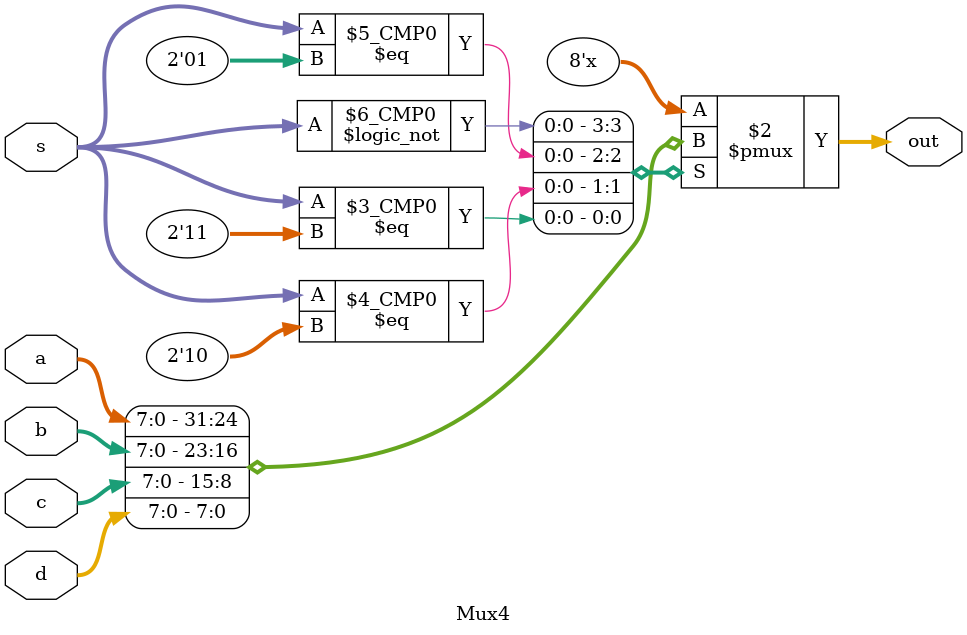
<source format=sv>
module Mux4 
# (parameter width = 8)
(
    input logic [width-1: 0] a,
    input logic [width-1: 0] b,
    input logic [width-1: 0] c,
    input logic [width-1: 0] d,
    input logic [1: 0] s,

    output logic [width-1: 0] out

);

always_comb begin
    case(s)
        2'b00:
            out = a;
        2'b01:
            out = b;
        2'b10:
            out = c;
        2'b11:
            out = d;
        default:
            out = 'bx;
    endcase
end

endmodule

</source>
